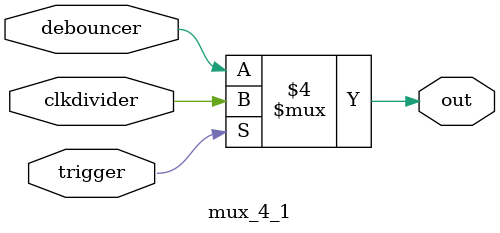
<source format=v>
/*
module seven_alternate (big_bin, small_bin, AN, clk);
    input[15:0] big_bin;        // This receives a huge 16 bit number
    output reg [3:0] small_bin; // And returns one 4-bit number at a time (this goes into bin2bcd7)
    output reg [3:0] AN;        // While synchronizing it with the Anode signal
    input clk;                  // 1kHz clk

    //Anode - Positive charged electrode by which electrons leave.


    reg [1:0] count;            // we need to iterate through the displays

    initial begin // Initial block, used for correct simulations    
        AN = 0;
        small_bin = 0;  
        count= 0;
    end

    always @ (posedge clk) begin
        count= count+ 1'b1;
        case (count)
            0: begin
                AN = 4'b1110;
                small_bin = big_bin[3:0];
            end
            1: begin
                AN = 4'b1101;
                small_bin = big_bin[7:4];
            end
            2: begin
               AN = 4'b1100;
               small_bin = big_bin[11:8];
            end
            3: begin
               AN = 4'b1011;
               small_bin = big_bin[15:12];
            end
         default: AN = 4'b1111;
        endcase
    end
endmodule

module mux_4_1(y, a0,a1,a2,a3, s0, s1);

input [7:0] a0, a1,a2, a3;
input s0, s1; // s0 most significant bit 
output reg [7:0] y; 

always @* begin
case ({s0, s1})
	2'b00:	y = a0;
	2'b01:	y = a1;
	2'b10:	y = a2;
	2'b11: 	y = a3;
endcase
end 


endmodule

*/

`timescale 1ns / 1ps
//////////////////////////////////////////////////////////////////////////////////
// Company:
// Engineer:
//
// Create Date:    18:49:11 04/27/2015
// Design Name:
// Module Name:    trigmux
// Project Name:
// Target Devices:
// Tool versions:
// Description: 
//
// Dependencies:
//
// Revision: 
// Revision 0.01 - File Created
// Additional Comments:
//
//////////////////////////////////////////////////////////////////////////////////
module mux_4_1(trigger,debouncer,clkdivider,out
    );
input trigger,debouncer,clkdivider;
output reg out;

initial begin
out <=0;
end

always @(trigger)
if(trigger)
    begin
        out<=clkdivider;
    end
else
    begin
        out<=debouncer;
    end
endmodule


</source>
